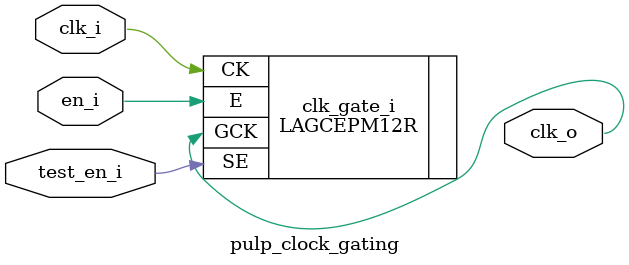
<source format=sv>


// High VT
// LAGCEPM2S, LAGCEPM3S, LAGCEPM4S
// LAGCEPM6S, LAGCEPM8S
// LAGCEPM12S, LAGCEPM16S
// LAGCEPM20S

`include "ulpsoc_defines.sv"

module pulp_clock_gating
(
   input  logic clk_i,
   input  logic en_i,
   input  logic test_en_i,
   output logic clk_o
);  
   
   LAGCEPM12R
     clk_gate_i (
		 .GCK(clk_o),
		 .CK(clk_i),
		 .E(en_i),
		 .SE(test_en_i)
		 );
   
endmodule

</source>
